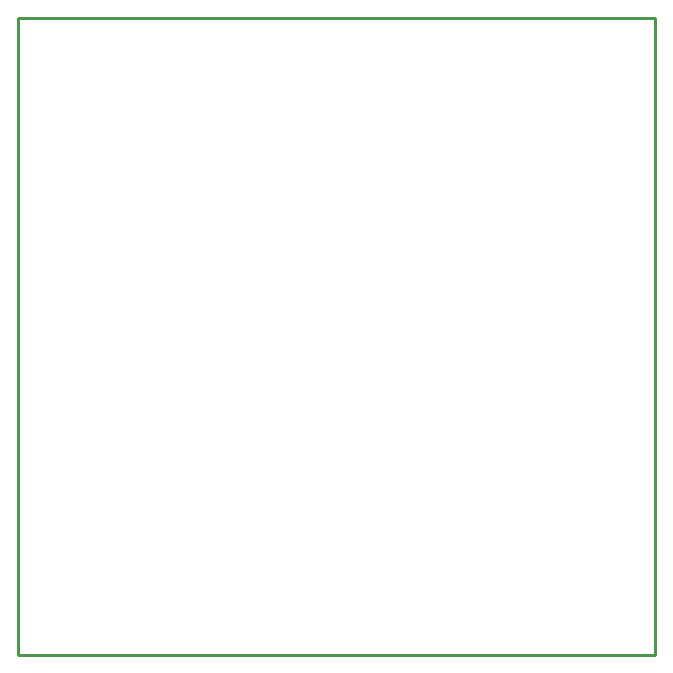
<source format=gko>
G04 Layer_Color=16711935*
%FSLAX24Y24*%
%MOIN*%
G70*
G01*
G75*
%ADD34C,0.0100*%
D34*
X74803Y43307D02*
Y64567D01*
X96063Y43307D02*
Y64567D01*
X74803Y43307D02*
X96063D01*
X74803Y64567D02*
X96063D01*
M02*

</source>
